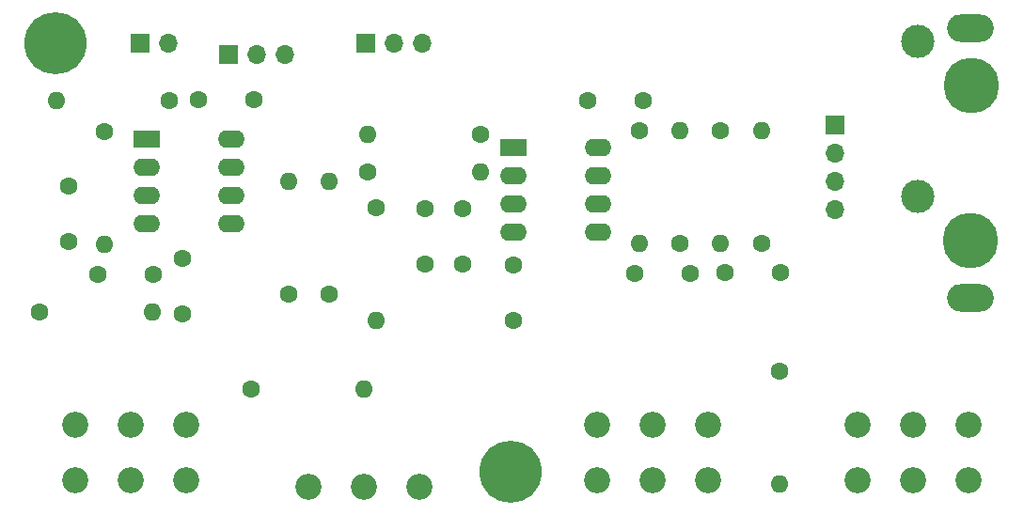
<source format=gbr>
%TF.GenerationSoftware,KiCad,Pcbnew,7.0.8-7.0.8~ubuntu22.04.1*%
%TF.CreationDate,2023-10-08T09:38:23-05:00*%
%TF.ProjectId,crossover_v1,63726f73-736f-4766-9572-5f76312e6b69,v1.0.0*%
%TF.SameCoordinates,Original*%
%TF.FileFunction,Soldermask,Top*%
%TF.FilePolarity,Negative*%
%FSLAX46Y46*%
G04 Gerber Fmt 4.6, Leading zero omitted, Abs format (unit mm)*
G04 Created by KiCad (PCBNEW 7.0.8-7.0.8~ubuntu22.04.1) date 2023-10-08 09:38:23*
%MOMM*%
%LPD*%
G01*
G04 APERTURE LIST*
%ADD10R,1.700000X1.700000*%
%ADD11O,1.700000X1.700000*%
%ADD12C,1.600000*%
%ADD13O,1.600000X1.600000*%
%ADD14R,2.400000X1.600000*%
%ADD15O,2.400000X1.600000*%
%ADD16C,5.600000*%
%ADD17C,2.340000*%
%ADD18O,4.200000X2.500000*%
%ADD19C,3.000000*%
%ADD20C,5.000000*%
G04 APERTURE END LIST*
D10*
%TO.C,J5*%
X132955000Y-80970000D03*
D11*
X135495000Y-80970000D03*
X138035000Y-80970000D03*
%TD*%
D12*
%TO.C,C4*%
X146205000Y-100950000D03*
X146205000Y-105950000D03*
%TD*%
%TO.C,R12*%
X164805000Y-88870000D03*
D13*
X164805000Y-99030000D03*
%TD*%
D14*
%TO.C,U2*%
X146180000Y-90350000D03*
D15*
X146180000Y-92890000D03*
X146180000Y-95430000D03*
X146180000Y-97970000D03*
X153800000Y-97970000D03*
X153800000Y-95430000D03*
X153800000Y-92890000D03*
X153800000Y-90350000D03*
%TD*%
D12*
%TO.C,R13*%
X161180000Y-99030000D03*
D13*
X161180000Y-88870000D03*
%TD*%
D12*
%TO.C,R7*%
X170180000Y-110490000D03*
D13*
X170180000Y-120650000D03*
%TD*%
D12*
%TO.C,C5*%
X141680000Y-95870000D03*
X141680000Y-100870000D03*
%TD*%
%TO.C,R11*%
X168605000Y-99030000D03*
D13*
X168605000Y-88870000D03*
%TD*%
D12*
%TO.C,R1*%
X115260000Y-86170000D03*
D13*
X105100000Y-86170000D03*
%TD*%
D12*
%TO.C,C6*%
X138280000Y-100870000D03*
X138280000Y-95870000D03*
%TD*%
D16*
%TO.C,H2*%
X145980000Y-119570000D03*
%TD*%
D12*
%TO.C,R8*%
X133880000Y-95770000D03*
D13*
X133880000Y-105930000D03*
%TD*%
D17*
%TO.C,RV4*%
X177180000Y-120370000D03*
X182180000Y-120370000D03*
X187180000Y-120370000D03*
X177180000Y-115370000D03*
X182180000Y-115370000D03*
X187180000Y-115370000D03*
%TD*%
D14*
%TO.C,U1*%
X113155000Y-89570000D03*
D15*
X113155000Y-92110000D03*
X113155000Y-94650000D03*
X113155000Y-97190000D03*
X120775000Y-97190000D03*
X120775000Y-94650000D03*
X120775000Y-92110000D03*
X120775000Y-89570000D03*
%TD*%
D10*
%TO.C,J3*%
X112580000Y-80970000D03*
D11*
X115120000Y-80970000D03*
%TD*%
D12*
%TO.C,R4*%
X129580000Y-103570000D03*
D13*
X129580000Y-93410000D03*
%TD*%
D12*
%TO.C,R5*%
X122580000Y-112170000D03*
D13*
X132740000Y-112170000D03*
%TD*%
D17*
%TO.C,RV3*%
X153780000Y-120370000D03*
X158780000Y-120370000D03*
X163780000Y-120370000D03*
X153780000Y-115370000D03*
X158780000Y-115370000D03*
X163780000Y-115370000D03*
%TD*%
D12*
%TO.C,R2*%
X109380000Y-88890000D03*
D13*
X109380000Y-99050000D03*
%TD*%
D17*
%TO.C,RV2*%
X106780000Y-120370000D03*
X111780000Y-120370000D03*
X116780000Y-120370000D03*
X106780000Y-115370000D03*
X111780000Y-115370000D03*
X116780000Y-115370000D03*
%TD*%
D12*
%TO.C,C1*%
X106180000Y-93870000D03*
X106180000Y-98870000D03*
%TD*%
%TO.C,C10*%
X113780000Y-101770000D03*
X108780000Y-101770000D03*
%TD*%
%TO.C,R14*%
X157580000Y-88870000D03*
D13*
X157580000Y-99030000D03*
%TD*%
D12*
%TO.C,C8*%
X165280000Y-101670000D03*
X170280000Y-101670000D03*
%TD*%
D16*
%TO.C,H1*%
X104980000Y-80970000D03*
%TD*%
D10*
%TO.C,J1*%
X120580000Y-81970000D03*
D11*
X123120000Y-81970000D03*
X125660000Y-81970000D03*
%TD*%
D12*
%TO.C,C3*%
X157880000Y-86170000D03*
X152880000Y-86170000D03*
%TD*%
%TO.C,C9*%
X117880000Y-86070000D03*
X122880000Y-86070000D03*
%TD*%
%TO.C,C7*%
X157105000Y-101750000D03*
X162105000Y-101750000D03*
%TD*%
%TO.C,C2*%
X116380000Y-100370000D03*
X116380000Y-105370000D03*
%TD*%
%TO.C,R3*%
X125980000Y-103570000D03*
D13*
X125980000Y-93410000D03*
%TD*%
D12*
%TO.C,R10*%
X133125000Y-92550000D03*
D13*
X143285000Y-92550000D03*
%TD*%
D12*
%TO.C,R9*%
X143285000Y-89150000D03*
D13*
X133125000Y-89150000D03*
%TD*%
D17*
%TO.C,RV1*%
X127780000Y-120970000D03*
X132780000Y-120970000D03*
X137780000Y-120970000D03*
%TD*%
D10*
%TO.C,J4*%
X175180000Y-88370000D03*
D11*
X175180000Y-90910000D03*
X175180000Y-93450000D03*
X175180000Y-95990000D03*
%TD*%
D12*
%TO.C,R6*%
X103580000Y-105170000D03*
D13*
X113740000Y-105170000D03*
%TD*%
D18*
%TO.C,J2*%
X187380000Y-79620000D03*
X187380000Y-103920000D03*
D19*
X182630000Y-80770000D03*
X182630000Y-94770000D03*
D20*
X187480000Y-84770000D03*
X187380000Y-98770000D03*
%TD*%
M02*

</source>
